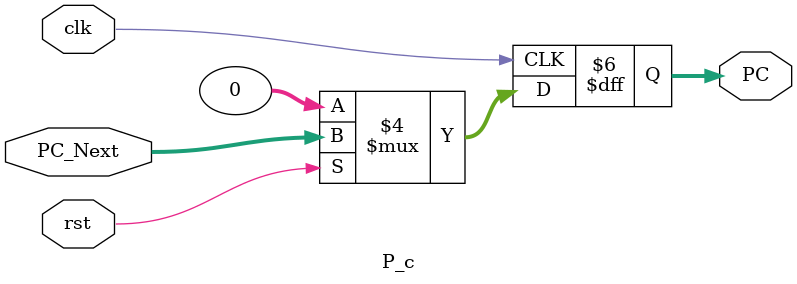
<source format=v>
`timescale 1ns / 1ps
module P_c(PC_Next,rst,clk,PC
    );
	 input [31:0]PC_Next;
	 input rst;
	 input clk;
	 output reg [31:0]PC;
	 
	 always @(posedge clk)
	 begin
		if(~rst)
		begin
			PC <= 32'd0;
		end
		else
		begin
			PC <= PC_Next;
		end
	 end
	 

endmodule

</source>
